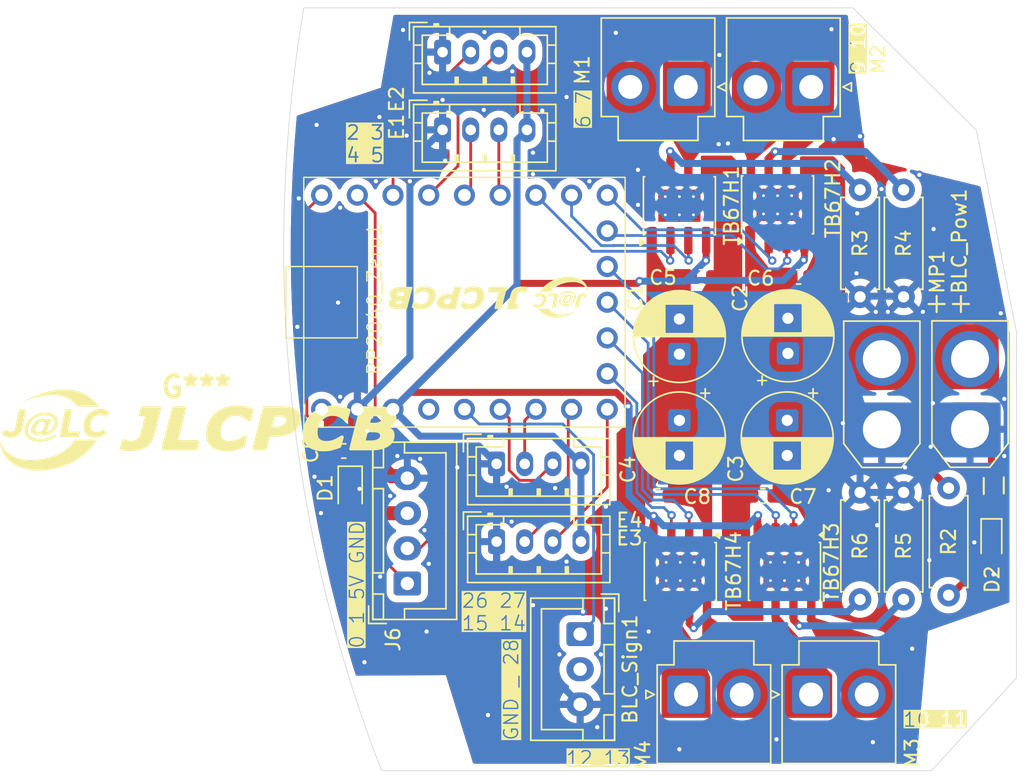
<source format=kicad_pcb>
(kicad_pcb (version 20241229) (generator "pcbnew") (generator_version "9.0")
  (layers (0 "F.Cu" signal) (2 "B.Cu" signal) (13 "F.Paste" user) (15 "B.Paste" user) (5 "F.SilkS" user "F.Silkscreen") (7 "B.SilkS" user "B.Silkscreen") (1 "F.Mask" user) (3 "B.Mask" user) (25 "Edge.Cuts" user))
  (net 0 "")
  (net 1 "GND")
  (net 2 "VCC")
  (net 3 "Net-(BLC_Sign1-Pin_1)")
  (net 5 "Net-(D2-A)")
  (net 6 "+3V3")
  (net 7 "5")
  (net 8 "4")
  (net 9 "3")
  (net 10 "2")
  (net 11 "14")
  (net 12 "15")
  (net 13 "26")
  (net 14 "27")
  (net 15 "Net-(M1-Pin_1)")
  (net 16 "Net-(M1-Pin_2)")
  (net 17 "Net-(M2-Pin_1)")
  (net 18 "Net-(M2-Pin_2)")
  (net 19 "Net-(M3-Pin_2)")
  (net 20 "Net-(M3-Pin_1)")
  (net 21 "Net-(M4-Pin_1)")
  (net 22 "Net-(M4-Pin_2)")
  (net 23 "Net-(TB67H1-RS)")
  (net 24 "Net-(TB67H2-RS)")
  (net 25 "Net-(TB67H3-RS)")
  (net 26 "Net-(TB67H4-RS)")
  (net 27 "Net-(RP2040_Zero1-7)")
  (net 28 "Net-(RP2040_Zero1-8)")
  (net 30 "Net-(RP2040_Zero1-13)")
  (net 31 "Net-(RP2040_Zero1-11)")
  (net 32 "Net-(RP2040_Zero1-12)")
  (net 33 "Net-(RP2040_Zero1-6)")
  (net 34 "Net-(RP2040_Zero1-9)")
  (net 35 "Net-(RP2040_Zero1-10)")
  (net 36 "Net-(D1-A)")
  (net 37 "Net-(D1-K)")
  (net 38 "Net-(J6-Pin_2)")
  (net 39 "Net-(J6-Pin_1)")
  (footprint "Connector_JST:JST_PH_B4B-PH-K_1x04_P2.00mm_Vertical" (layer "F.Cu") (at 140.716 116.7384)
    (property "Reference" "E3")
    (property "Value" "Conn_01x04_Socket" (hide yes))
  )
  (footprint "Capacitor_THT:CP_Radial_D6.3mm_P2.50mm" (layer "F.Cu") (at 153.7208 108.1024 -90)
    (property "Reference" "C4")
    (property "Value" "C_Polarized_US" (hide yes))
  )
  (footprint "Resistor_THT:R_Axial_DIN0207_L6.3mm_D2.5mm_P7.62mm_Horizontal" (layer "F.Cu") (at 169.672 120.8532 90)
    (property "Reference" "R5")
    (property "Value" "0.1" (hide yes))
  )
  (footprint "Capacitor_SMD:C_0603_1608Metric_Pad1.08x0.95mm_HandSolder" (layer "F.Cu") (at 129.8459 110.2868 180)
    (property "Reference" "C9")
    (property "Value" "C")
  )
  (footprint "Connector_AMASS:AMASS_XT30U-M_1x02_P5.0mm_Vertical" (layer "F.Cu") (at 168.1226 108.7482 90)
    (property "Reference" "MP1")
    (property "Value" "Conn_01x02_Socket" (hide yes))
  )
  (footprint "Connector_JST:JST_VH_B2P-VH-B_1x02_P3.96mm_Vertical" (layer "F.Cu") (at 163.098365 84.37 180)
    (property "Reference" "M2")
    (property "Value" "Conn_01x02_Socket" (hide yes))
  )
  (footprint "Resistor_THT:R_Axial_DIN0207_L6.3mm_D2.5mm_P7.62mm_Horizontal" (layer "F.Cu") (at 166.5732 120.8532 90)
    (property "Reference" "R6")
    (property "Value" "0.1" (hide yes))
  )
  (footprint "Capacitor_SMD:C_0603_1608Metric_Pad1.08x0.95mm_HandSolder" (layer "F.Cu") (at 162.2055 97.8916)
    (property "Reference" "C6")
    (property "Value" "C")
  )
  (footprint "Connector_JST:JST_XH_B4B-XH-A_1x04_P2.50mm_Vertical" (layer "F.Cu") (at 134.366 119.7172 90)
    (property "Reference" "J6")
    (property "Value" "Conn_01x04_Socket" (hide yes))
  )
  (footprint "Capacitor_THT:CP_Radial_D6.3mm_P2.50mm" (layer "F.Cu") (at 161.3916 108.1024 -90)
    (property "Reference" "C3")
    (property "Value" "C_Polarized_US" (hide yes))
  )
  (footprint "Resistor_THT:R_Axial_DIN0207_L6.3mm_D2.5mm_P7.62mm_Horizontal" (layer "F.Cu") (at 166.5732 91.694 -90)
    (property "Reference" "R3")
    (property "Value" "0.1")
  )
  (footprint "Connector_JST:JST_VH_B2P-VH-B_1x02_P3.96mm_Vertical" (layer "F.Cu") (at 154.1985 127.6184)
    (property "Reference" "M4")
    (property "Value" "Conn_01x02_Socket" (hide yes))
  )
  (footprint "RP2040_Zero:名称未設定" (layer "F.Cu") (at 128.27 99.695 90)
    (property "Reference" "RP2040_Zero1")
    (property "Value" "~")
  )
  (footprint "Connector_JST:JST_PH_B4B-PH-K_1x04_P2.00mm_Vertical" (layer "F.Cu") (at 136.875 87.4268)
    (property "Reference" "E1")
    (property "Value" "Conn_01x04_Socket" (hide yes))
  )
  (footprint "Diode_SMD:D_SOD-323F" (layer "F.Cu") (at 130.302 112.9792 -90)
    (property "Reference" "D1")
    (property "Value" "D_Schottky" (hide yes))
  )
  (footprint "LED_SMD:LED_0603_1608Metric_Pad1.05x0.95mm_HandSolder" (layer "F.Cu") (at 175.9204 116.7778 -90)
    (property "Reference" "D2")
    (property "Value" "LED" (hide yes))
  )
  (footprint "Capacitor_THT:CP_Radial_D6.3mm_P2.50mm" (layer "F.Cu") (at 153.7208 103.3888 90)
    (property "Reference" "C1")
    (property "Value" "C_Polarized_US" (hide yes))
  )
  (footprint "Capacitor_THT:CP_Radial_D6.3mm_P2.50mm" (layer "F.Cu") (at 161.4424 103.338 90)
    (property "Reference" "C2")
    (property "Value" "C_Polarized_US" (hide yes))
  )
  (footprint "Resistor_THT:R_Axial_DIN0207_L6.3mm_D2.5mm_P7.62mm_Horizontal" (layer "F.Cu") (at 172.8724 120.5484 90)
    (property "Reference" "R2")
    (property "Value" "2.2k" (hide yes))
  )
  (footprint "MountingHole:MountingHole_3.2mm_M3" (layer "F.Cu") (at 174.0916 125.2728)
    (property "Reference" "H2" (hide yes))
    (property "Value" "MountingHole" (hide yes))
  )
  (footprint "Package_SO:SOIC-8-1EP_3.9x4.9mm_P1.27mm_EP2.29x3mm_ThermalVias" (layer "F.Cu") (at 161.2004 118.8608 -90)
    (property "Reference" "TB67H3")
    (property "Value" "~")
  )
  (footprint "Resistor_THT:R_Axial_DIN0207_L6.3mm_D2.5mm_P7.62mm_Horizontal" (layer "F.Cu") (at 169.672 91.694 -90)
    (property "Reference" "R4")
    (property "Value" "0.1")
  )
  (footprint "Connector_JST:JST_PH_B4B-PH-K_1x04_P2.00mm_Vertical" (layer "F.Cu") (at 136.875 81.8896)
    (property "Reference" "E2")
    (property "Value" "Conn_01x04_Socket" (hide yes))
  )
  (footprint "Package_SO:SOIC-8-1EP_3.9x4.9mm_P1.27mm_EP2.29x3mm_ThermalVias" (layer "F.Cu") (at 160.7058 92.7608 90)
    (property "Reference" "TB67H2")
    (property "Value" "~")
  )
  (footprint "Package_SO:SOIC-8-1EP_3.9x4.9mm_P1.27mm_EP2.29x3mm_ThermalVias" (layer "F.Cu") (at 153.7208 92.8258 90)
    (property "Reference" "TB67H1")
    (property "Value" "~")
  )
  (footprint "MountingHole:MountingHole_3.2mm_M3" (layer "F.Cu") (at 134.9756 129.4384)
    (property "Reference" "H4" (hide yes))
    (property "Value" "MountingHole" (hide yes))
  )
  (footprint "Capacitor_SMD:C_0603_1608Metric_Pad1.08x0.95mm_HandSolder" (layer "F.Cu") (at 152.1957 113.4872 180)
    (property "Reference" "C8")
    (property "Value" "C")
  )
  (footprint "Capacitor_SMD:C_0603_1608Metric_Pad1.08x0.95mm_HandSolder" (layer "F.Cu") (at 155.2967 97.8916)
    (property "Reference" "C5")
    (property "Value" "C")
  )
  (footprint "JLCPCB_Logos:JCLPCB_30mm" (layer "F.Cu") (at 119.35 108.73)
    (property "Reference" "G***")
    (property "Value" "LOGO" (hide yes))
  )
  (footprint "Capacitor_SMD:C_0603_1608Metric_Pad1.08x0.95mm_HandSolder" (layer "F.Cu") (at 159.6633 113.4872 180)
    (property "Reference" "C7")
    (property "Value" "C")
  )
  (footprint "Connector_JST:JST_VH_B2P-VH-B_1x02_P3.96mm_Vertical" (layer "F.Cu") (at 163.0885 127.6184)
    (property "Reference" "M3")
    (property "Value" "Conn_01x02_Socket" (hide yes))
  )
  (footprint "My_FootPrint:JCLPCB_ROGO" (layer "F.Cu") (at 140.208 99.3648 180)
    (property "Reference" "G***" (hide yes))
    (property "Value" "LOGO" (hide yes))
  )
  (footprint "MountingHole:MountingHole_3.2mm_M3" (layer "F.Cu") (at 169.6212 87.0712)
    (property "Reference" "H1" (hide yes))
    (property "Value" "MountingHole" (hide yes))
  )
  (footprint "Package_SO:SOIC-8-1EP_3.9x4.9mm_P1.27mm_EP2.29x3mm_ThermalVias" (layer "F.Cu") (at 153.7836 118.8608 -90)
    (property "Reference" "TB67H4")
    (property "Value" "~")
  )
  (footprint "Connector_JST:JST_VH_B2P-VH-B_1x02_P3.96mm_Vertical" (layer "F.Cu") (at 154.182118 84.37 180)
    (property "Reference" "M1")
    (property "Value" "Conn_01x02_Socket" (hide yes))
  )
  (footprint "Connector_JST:JST_XH_B3B-XH-A_1x03_P2.50mm_Vertical" (layer "F.Cu") (at 146.6596 123.3208 -90)
    (property "Reference" "BLC_Sign1")
    (property "Value" "Conn_01x03_Socket" (hide yes))
  )
  (footprint "Connector_JST:JST_PH_B4B-PH-K_1x04_P2.00mm_Vertical" (layer "F.Cu") (at 140.716 111.2012)
    (property "Reference" "E4")
    (property "Value" "Conn_01x04_Socket" (hide yes))
  )
  (footprint "MountingHole:MountingHole_3.2mm_M3" (layer "F.Cu") (at 130.0988 82.3468)
    (property "Reference" "H3" (hide yes))
    (property "Value" "MountingHole" (hide yes))
  )
  (footprint "Connector_AMASS:AMASS_XT30U-F_1x02_P5.0mm_Vertical" (layer "F.Cu") (at 174.3964 108.7336 90)
    (property "Reference" "BLC_Pow1")
    (property "Value" "Conn_01x02_Socket" (hide yes))
  )
  (gr_poly (pts (xy 151.5364 89.523668) (xy 148.6408 87.898068) (xy 148.6408 82.665668) (xy 152.0444 82.665668) (xy 152.0444 87.898068) (xy 152.0444 89.5096)) (stroke (width 0.2)) (fill yes) (layer "F.Cu") (net 16))
  (gr_poly (pts (xy 155.448 122.2248) (xy 155.448 123.952) (xy 156.464 126.250308) (xy 156.5148 129.1844) (xy 159.9692 129.1844) (xy 160.02 125.8824) (xy 159.4612 124.6632) (xy 155.9052 122.2248)) (stroke (width 0.2)) (fill yes) (layer "F.Cu") (net 22))
  (gr_poly (pts (xy 160.8328 122.174) (xy 164.4904 126.238) (xy 164.4904 129.1844) (xy 161.0868 129.1844) (xy 160.782 125.8824) (xy 160.3756 122.174)) (stroke (width 0.2)) (fill yes) (layer "F.Cu") (net 20))
  (gr_poly (pts (xy 162.4076 91.2368) (xy 163.322 93.9292) (xy 163.322 96.4692) (xy 162.6616 97.8916) (xy 162.56 101.5492) (xy 161.3408 102.30802) (xy 160.3756 102.4636) (xy 160.3756 104.14) (xy 165.4048 104.1908) (xy 165.4048 90.1573) (xy 164.6555 89.408) (xy 162.4076 89.408)) (stroke (width 0.2)) (fill yes) (layer "F.Cu") (net 2))
  (gr_poly (pts (xy 176.3268 102.2096) (xy 161.4424 102.15562) (xy 152.501582 102.202886) (xy 151.2316 103.4796) (xy 151.2316 107.2896) (xy 151.2824 109.3216) (xy 163.4236 109.3216) (xy 166.116 105.8672) (xy 176.3776 105.7656)) (stroke (width 0.2)) (fill yes) (layer "F.Cu") (net 2))
  (gr_poly (pts (xy 162.8648 122.2756) (xy 164.0332 124.46) (xy 165.3032 126.250308) (xy 165.354 129.1844) (xy 169.0116 129.1844) (xy 169.0624 125.8824) (xy 168.7576 124.9426) (xy 167.9448 123.698) (xy 163.3728 122.2756)) (stroke (width 0.2)) (fill yes) (layer "F.Cu") (net 19))
  (gr_poly (pts (xy 151.9936 96.2152) (xy 152.7048 97.4344) (xy 154.432 97.4344) (xy 154.432 99.5172) (xy 154.4701 101.193601) (xy 153.974715 101.6) (xy 152.107878 101.6) (xy 151.4856 100.977722) (xy 151.4856 94.488) (xy 151.638 94.4372)) (stroke (width 0.2)) (fill yes) (layer "F.Cu") (net 1))
  (gr_poly (pts (xy 154.126418 89.5096) (xy 152.654 86.9188) (xy 152.653218 82.6516) (xy 155.853618 82.6516) (xy 155.853618 87.884) (xy 154.685218 89.5096)) (stroke (width 0.2)) (fill yes) (layer "F.Cu") (net 15))
  (gr_poly (pts (xy 153.416 122.174) (xy 155.0416 124.5108) (xy 155.8036 126.3904) (xy 155.8544 129.1844) (xy 152.5524 129.1844) (xy 152.5524 122.9868) (xy 152.908 122.2248)) (stroke (width 0.2)) (fill yes) (layer "F.Cu") (net 21))
  (gr_poly (pts (xy 165.4048 101.346) (xy 176.3268 101.346) (xy 176.3268 102.2096) (xy 165.4556 102.2096)) (stroke (width 0.2)) (fill yes) (layer "F.Cu") (net 2))
  (gr_poly (pts (xy 159.5628 120.4976) (xy 158.6484 118.5164) (xy 158.6484 114.046) (xy 160.02 111.6076) (xy 160.02 109.8804) (xy 161.1884 109.17238) (xy 162.1536 109.0168) (xy 162.1536 107.3404) (xy 156.8196 107.3404) (xy 156.868067 121.589804) (xy 157.5562 122.2756) (xy 159.6136 122.2756)) (stroke (width 0.2)) (fill yes) (layer "F.Cu") (net 2))
  (gr_poly (pts (xy 155.448 115.4176) (xy 154.7368 114.1984) (xy 153.0096 113.8428) (xy 153.0096 112.1156) (xy 152.9715 110.439199) (xy 153.466885 109.8296) (xy 155.333722 109.8296) (xy 155.956 110.451878) (xy 155.956 117.1448) (xy 155.8036 117.1956)) (stroke (width 0.2)) (fill yes) (layer "F.Cu") (net 1))
  (gr_poly (pts (xy 155.3464 91.2368) (xy 156.2608 92.964) (xy 156.2608 97.4344) (xy 154.8892 99.8728) (xy 154.8892 101.6) (xy 153.7208 102.30802) (xy 152.7556 102.4636) (xy 152.7556 104.14) (xy 158.0896 104.14) (xy 158.0896 90.043) (xy 157.4038 89.3572) (xy 155.3464 89.3572)) (stroke (width 0.2)) (fill yes) (layer "F.Cu") (net 2))
  (gr_poly (pts (xy 161.0868 89.5604) (xy 161.264665 87.884) (xy 161.264665 82.6516) (xy 164.668265 82.6516) (xy 164.592 87.0204) (xy 161.569465 89.5604)) (stroke (width 0.2)) (fill yes) (layer "F.Cu") (net 17))
  (gr_poly (pts (xy 158.5976 89.3572) (xy 157.557047 86.9696) (xy 157.557047 82.665668) (xy 160.859047 82.665668) (xy 160.859047 87.898068) (xy 159.081047 89.422068)) (stroke (width 0.2)) (fill yes) (layer "F.Cu") (net 18))
  (gr_poly (pts (xy 162.9156 115.4684) (xy 162.2044 114.2492) (xy 160.4264 113.792) (xy 160.4772 112.1664) (xy 160.4391 110.489999) (xy 160.934485 109.8804) (xy 162.801322 109.8804) (xy 163.4236 110.502678) (xy 163.4236 117.1956) (xy 163.2712 117.2464)) (stroke (width 0.2)) (fill yes) (layer "F.Cu") (net 1))
  (gr_poly (pts (xy 159.1056 96.1644) (xy 160.02 97.3328) (xy 162.0012 97.3328) (xy 162.1028 99.4664) (xy 162.1536 101.0412) (xy 160.985115 101.591388) (xy 159.118278 101.597847) (xy 158.496 100.977718) (xy 158.496 94.3864) (xy 158.6484 94.3356)) (stroke (width 0.2)) (fill yes) (layer "F.Cu") (net 1))
  (gr_poly (pts (xy 152.146 120.4976) (xy 151.1808 118.4656) (xy 151.1808 113.9952) (xy 152.5524 111.5568) (xy 152.5524 109.8296) (xy 153.7208 109.12158) (xy 154.686 108.966) (xy 154.686 107.2896) (xy 151.2316 107.2896) (xy 149.352 109.0676) (xy 149.400152 121.539005) (xy 150.0886 122.2248) (xy 152.146 122.2248)) (stroke (width 0.2)) (fill yes) (layer "F.Cu") (net 2))
  (gr_poly (pts (xy 176.4792 106.934) (xy 166.8272 106.934) (xy 166.7256 110.6424) (xy 176.4792 110.6424)) (stroke (width 0.2)) (fill yes) (layer "B.Cu") (net 1))
  (gr_poly (pts (xy 166.8272 106.934) (xy 165.5572 103.1748) (xy 165.608 99.1108) (xy 153.3652 99.1108) (xy 152.3492 100.1649) (xy 152.4 102.108) (xy 162.6108 102.108) (xy 162.56 109.3724) (xy 152.2984 109.3724) (xy 152.2984 112.5728) (xy 165.2524 112.5728) (xy 166.7256 110.49)) (stroke (width 0.2)) (fill yes) (layer "B.Cu") (net 1))
  (gr_line (start 177.6984 126.4412) (end 171.6532 133.0452) (stroke (width 0.05)) (layer "Edge.Cuts"))
  (gr_line (start 127.001154 78.739988) (end 166.0652 78.74) (stroke (width 0.05)) (layer "Edge.Cuts"))
  (gr_line (start 171.6532 133.0452) (end 132.537201 133.0452) (stroke (width 0.05)) (layer "Edge.Cuts"))
  (gr_line (start 177.70761 101.8032) (end 177.6984 126.4412) (stroke (width 0.05)) (layer "Edge.Cuts"))
  (gr_line (start 174.852452 87.465302) (end 177.6984 101.8032) (stroke (width 0.05)) (layer "Edge.Cuts"))
  (gr_arc (start 132.5372 133.0452) (mid 126.104401 106.268353) (end 127.000437 78.744227) (stroke (width 0.05)) (layer "Edge.Cuts"))
  (gr_line (start 166.0652 78.74) (end 174.852452 87.465302) (stroke (width 0.05)) (layer "Edge.Cuts"))
  (gr_text "2 3\n4 5" (at 129.9464 89.8144 0) (layer "F.SilkS" knockout) (effects (font (size 1 1) (thickness 0.125)) (justify left bottom)))
  (gr_text "12 13" (at 145.5928 132.7404 0) (layer "F.SilkS" knockout) (effects (font (size 1 1) (thickness 0.1)) (justify left bottom)))
  (gr_text "GND _ 28" (at 142.3416 130.9624 90) (layer "F.SilkS" knockout) (effects (font (size 1 1) (thickness 0.1)) (justify left bottom)))
  (gr_text "0 1 5V GND" (at 131.3688 124.4092 90) (layer "F.SilkS" knockout) (effects (font (size 1 1) (thickness 0.1)) (justify left bottom)))
  (gr_text "10 11\n" (at 169.5704 129.9972 0) (layer "F.SilkS" knockout) (effects (font (size 1 1) (thickness 0.1)) (justify left bottom)))
  (gr_text "26 27\n15 14" (at 138.176 123.1392 0) (layer "F.SilkS" knockout) (effects (font (size 1 1) (thickness 0.1)) (justify left bottom)))
  (gr_text "6 7" (at 147.4724 87.376 90) (layer "F.SilkS" knockout) (effects (font (size 1 1) (thickness 0.1)) (justify left bottom)))
  (gr_text "9 10" (at 167.0304 83.5152 90) (layer "F.SilkS" knockout) (effects (font (size 1 1) (thickness 0.1)) (justify left bottom)))
  (segment (start 130.6565 107.4685) (end 130.81 107.315) (width 1) (layer "F.Cu") (net 1))
  (segment (start 133.2057 112.074) (end 134.2228 112.074) (width 1) (layer "F.Cu") (net 1))
  (segment (start 175.9204 115.9028) (end 175.9204 110.2576) (width 0.5) (layer "F.Cu") (net 1))
  (segment (start 133.2057 112.074) (end 130.6565 109.5248) (width 1) (layer "F.Cu") (net 1))
  (segment (start 134.2228 112.074) (end 134.366 112.2172) (width 1) (layer "F.Cu") (net 1))
  (segment (start 130.6565 109.5248) (end 130.6565 107.4685) (width 1) (layer "F.Cu") (net 1))
  (segment (start 175.9204 110.2576) (end 174.3964 108.7336) (width 0.5) (layer "F.Cu") (net 1))
  (via (at 156.5148 88.4428) (size 0.6) (drill 0.3) (layers "F.Cu" "B.Cu") (net 1))
  (via (at 170.2816 124.3584) (size 0.6) (drill 0.3) (layers "F.Cu" "B.Cu") (net 1))
  (via (at 150.7744 92.7608) (size 0.6) (drill 0.3) (layers "F.Cu" "B.Cu") (net 1))
  (via (at 171.0436 100.3808) (size 0.6) (drill 0.3) (layers "F.Cu" "B.Cu") (net 1))
  (via (at 174.7012 116.7892) (size 0.6) (drill 0.3) (layers "F.Cu" "B.Cu") (net 1))
  (via (at 168.5544 100.3808) (size 0.6) (drill 0.3) (layers "F.Cu" "B.Cu") (net 1))
  (via (at 135.5852 115.9256) (size 0.6) (drill 0.3) (layers "F.Cu" "B.Cu") (net 1))
  (via (at 143.3068 121.2596) (size 0.6) (drill 0.3) (layers "F.Cu" "B.Cu") (net 1))
  (via (at 168.0972 91.6432) (size 0.6) (drill 0.3) (layers "F.Cu" "B.Cu") (net 1))
  (via (at 131.5212 108.8644) (size 0.6) (drill 0.3) (layers "F.Cu" "B.Cu") (net 1))
  (via (at 143.3068 89.0524) (size 0.6) (drill 0.3) (layers "F.Cu" "B.Cu") (net 1))
  (via (at 150.7744 90.2716) (size 0.6) (drill 0.3) (layers "F.Cu" "B.Cu") (net 1))
  (via (at 176.8348 106.5784) (size 0.6) (drill 0.3) (layers "F.Cu" "B.Cu") (net 1))
  (via (at 141.7828 115.316) (size 0.6) (drill 0.3) (layers "F.Cu" "B.Cu") (net 1))
  (via (at 171.6024 109.982) (size 0.6) (drill 0.3) (layers "F.Cu" "B.Cu") (net 1))
  (via (at 145.6944 118.1608) (size 0.6) (drill 0.3) (layers "F.Cu" "B.Cu") (net 1))
  (via (at 165.354 108.3056) (size 0.6) (drill 0.3) (layers "F.Cu" "B.Cu") (net 1))
  (via (at 166.3192 97.6376) (size 0.6) (drill 0.3) (layers "F.Cu" "B.Cu") (net 1))
  (via (at 134.3152 87.8332) (size 0.6) (drill 0.3) (layers "F.Cu" "B.Cu") (net 1))
  (via (at 166.5732 87.884) (size 0.6) (drill 0.3) (layers "F.Cu" "B.Cu") (net 1))
  (via (at 133.1468 113.4872) (size 0.6) (drill 0.3) (layers "F.Cu" "B.Cu") (net 1))
  (via (at 126.6444 92.3036) (size 0.6) (drill 0.3) (layers "F.Cu" "B.Cu") (net 1))
  (via (at 129.5908 106.426) (size 0.6) (drill 0.3) (layers "F.Cu" "B.Cu") (net 1))
  (via (at 171.8056 94.488) (size 0.6) (drill 0.3) (layers "F.Cu" "B.Cu") (net 1))
  (via (at 133.6548 110.6424) (size 0.6) (drill 0.3) (layers "F.Cu" "B.Cu") (net 1))
  (via (at 160.6296 130.81) (size 0.6) (drill 0.3) (layers "F.Cu" "B.Cu") (net 1))
  (via (at 135.7376 123.1392) (size 0.6) (drill 0.3) (layers "F.Cu" "B.Cu") (net 1))
  (via (at 171.7548 106.8832) (size 0.6) (drill 0.3) (layers "F.Cu" "B.Cu") (net 1))
  (via (at 141.4272 112.8268) (size 0.6) (drill 0.3) (layers "F.Cu" "B.Cu") (net 1))
  (via (at 164.2364 120.5992) (size 0.6) (drill 0.3) (layers "F.Cu" "B.Cu") (net 1))
  (via (at 132.3848 86.5124) (size 0.6) (drill 0.3) (layers "F.Cu" "B.Cu") (net 1))
  (via (at 126.5428 101.4476) (size 0.6) (drill 0.3) (layers "F.Cu" "B.Cu") (net 1))
  (via (at 135.89 118.3132) (size 0.6) (drill 0.3) (layers "F.Cu" "B.Cu") (net 1))
  (via (at 171.5008 118.0592) (size 0.6) (drill 0.3) (layers "F.Cu" "B.Cu") (net 1))
  (via (at 169.7736 111.4552) (size 0.6) (drill 0.3) (layers "F.Cu" "B.Cu") (net 1))
  (via (at 132.1308 91.0844) (size 0.6) (drill 0.3) (layers "F.Cu" "B.Cu") (net 1))
  (via (at 156.5656 82.0928) (size 0.6) (drill 0.3) (layers "F.Cu" "B.Cu") (net 1))
  (via (at 153.7208 131.5212) (size 0.6) (drill 0.3) (layers "F.Cu" "B.Cu") (net 1))
  (via (at 129.4384 99.7204) (size 0.6) (drill 0.3) (layers "F.Cu" "B.Cu") (net 1))
  (via (at 176.8348 110.6424) (size 0.6) (drill 0.3) (layers "F.Cu" "B.Cu") (net 1))
  (via (at 134.551 91.0844) (size 0.6) (drill 0.3) (layers "F.Cu" "B.Cu") (net 1))
  (via (at 139.8524 80.4672) (size 0.6) (drill 0.3) (layers "F.Cu" "B.Cu") (net 1))
  (via (at 170.7896 90.6272) (size 0.6) (drill 0.3) (layers "F.Cu" "B.Cu") (net 1))
  (via (at 132.4356 119.2276) (size 0.6) (drill 0.3) (layers "F.Cu" "B.Cu") (net 1))
  (via (at 148.1328 124.7648) (size 0.6) (drill 0.3) (layers "F.Cu" "B.Cu") (net 1))
  (via (at 146.8628 121.7168) (size 0.6) (drill 0.3) (layers "F.Cu" "B.Cu") (net 1))
  (via (at 128.2192 114.7064) (size 0.6) (drill 0.3) (layers "F.Cu" "B.Cu") (net 1))
  (via (at 135.9408 83.3628) (size 0.6) (drill 0.3) (layers "F.Cu" "B.Cu") (net 1))
  (via (at 157.1752 88.392) (size 0.6) (drill 0.3) (layers "F.Cu" "B.Cu") (net 1))
  (via (at 176.5808 100.4824) (size 0.6) (drill 0.3) (layers "F.Cu" "B.Cu") (net 1))
  (via (at 176.0728 119.0752) (size 0.6) (drill 0.3) (layers "F.Cu" "B.Cu") (net 1))
  (via (at 140.1064 129.0828) (size 0.6) (drill 0.3) (layers "F.Cu" "B.Cu") (net 1))
  (via (at 127.762 112.1156) (size 0.6) (drill 0.3) (layers "F.Cu" "B.Cu") (net 1))
  (via (at 137.922 111.4552) (size 0.6) (drill 0.3) (layers "F.Cu" "B.Cu") (net 1))
  (via (at 141.8336 83.2612) (size 0.6) (drill 0.3) (layers "F.Cu" "B.Cu") (net 1))
  (via (at 145.6944 85.09) (size 0.6) (drill 0.3) (layers "F.Cu" "B.Cu") (net 1))
  (via (at 164.5412 80.264) (size 0.6) (drill 0.3) (layers "F.Cu" "B.Cu") (net 1))
  (via (at 167.7924 115.57) (size 0.6) (drill 0.3) (layers "F.Cu" "B.Cu") (net 1))
  (via (at 135.2804 110.8456) (size 0.6) (drill 0.3) (layers "F.Cu" "B.Cu") (net 1))
  (via (at 147.8788 129.9464) (size 0.6) (drill 0.3) (layers "F.Cu" "B.Cu") (net 1))
  (via (at 143.9672 86.0552) (size 0.6) (drill 0.3) (layers "F.Cu" "B.Cu") (net 1))
  (via (at 145.1864 124.7648) (size 0.6) (drill 0.3) (layers "F.Cu" "B.Cu") (net 1))
  (via (at 131.318 125.3236) (size 0.6) (drill 0.3) (layers "F.Cu" "B.Cu") (net 1))
  (via (at 143.3068 90.5764) (size 0.6) (drill 0.3) (layers "F.Cu" "B.Cu") (net 1))
  (via (at 136.875 85.2932) (size 0.6) (drill 0.3) (layers "F.Cu" "B.Cu") (net 1))
  (via (at 129.5908 92.964) (size 0.6) (drill 0.3) (layers "F.Cu" "B.Cu") (net 1))
  (via (at 151.5364 123.1392) (size 0.6) (drill 0.3) (layers "F.Cu" "B.Cu") (net 1))
  (via (at 144.8816 112.9284) (size 0.6) (drill 0.3) (layers "F.Cu" "B.Cu") (net 1))
  (via (at 147.32 91.0844) (size 0.6) (drill 0.3) (layers "F.Cu" "B.Cu") (net 1))
  (via (at 127.9144 87.0712) (size 0.6) (drill 0.3) (layers "F.Cu" "B.Cu") (net 1))
  (via (at 149.1996 80.518) (size 0.6) (drill 0.3) (layers "F.Cu" "B.Cu") (net 1))
  (via (at 148.4884 121.5136) (size 0.6) (drill 0.3) (layers "F.Cu" "B.Cu") (net 1))
  (via (at 137.0584 89.6112) (size 0.6) (drill 0.3) (layers "F.Cu" "B.Cu") (net 1))
  (via (at 134.0612 80.3148) (size 0.6) (drill 0.3) (layers "F.Cu" "B.Cu") (net 1))
  (via (at 164.6936 88.0872) (size 0.6) (drill 0.3) (layers "F.Cu" "B.Cu") (net 1))
  (via (at 166.37 93.3704) (size 0.6) (drill 0.3) (layers "F.Cu" "B.Cu") (net 1))
  (via (at 167.6908 100.3808) (size 0.6) (drill 0.3) (layers "F.Cu" "B.Cu") (net 1))
  (via (at 148.4884 114.2492) (size 0.6) (drill 0.3) (layers "F.Cu" "B.Cu") (net 1))
  (via (at 130.9624 112.9792) (size 0.6) (drill 0.3) (layers "F.Cu" "B.Cu") (net 1))
  (via (at 167.4876 131.0132) (size 0.6) (drill 0.3) (layers "F.Cu" "B.Cu") (net 1))
  (via (at 139.8016 86.0044) (size 0.6) (drill 0.3) (layers "F.Cu" "B.Cu") (net 1))
  (via (at 164.338 113.0808) (size 0.6) (drill 0.3) (layers "F.Cu" "B.Cu") (net 1))
  (segment (start 139.446 109.9312) (end 140.716 111.2012) (width 0.5) (layer "B.Cu") (net 1))
  (segment (start 169.672 113.2332) (end 166.5732 113.2332) (width 0.5) (layer "B.Cu") (net 1))
  (segment (start 140.716 116.7384) (end 140.716 122.3772) (width 0.5) (layer "B.Cu") (net 1))
  (segment (start 166.5478 99.2632) (end 169.7228 99.2632) (width 0.5) (layer "B.Cu") (net 1))
  (segment (start 130.81 107.315) (end 133.4262 109.9312) (width 0.5) (layer "B.Cu") (net 1))
  (segment (start 140.716 111.2012) (end 140.716 116.7384) (width 0.5) (layer "B.Cu") (net 1))
  (segment (start 136.875 81.8896) (end 136.875 85.2932) (width 0.5) (layer "B.Cu") (net 1))
  (segment (start 166.5732 113.2332) (end 166.5732 110.2976) (width 0.5) (layer "B.Cu") (net 1))
  (segment (start 134.551 91.0844) (end 134.551 89.7508) (width 0.5) (layer "B.Cu") (net 1))
  (segment (start 166.5478 99.2632) (end 163.7284 102.0826) (width 0.5) (layer "B.Cu") (net 1))
  (segment (start 134.551 103.574) (end 134.551 91.0844) (width 0.5) (layer "B.Cu") (net 1))
  (segment (start 134.551 89.7508) (end 136.875 87.4268) (width 0.5) (layer "B.Cu") (net 1))
  (segment (start 130.81 107.315) (end 134.551 103.574) (width 0.5) (layer "B.Cu") (net 1))
  (segment (start 136.875 85.2932) (end 136.875 87.4268) (width 0.5) (layer "B.Cu") (net 1))
  (segment (start 166.5732 110.2976) (end 168.1226 108.7482) (width 0.5) (layer "B.Cu") (net 1))
  (segment (start 133.4262 109.9312) (end 139.446 109.9312) (width 0.5) (layer "B.Cu") (net 1))
  (segment (start 163.7284 104.354) (end 168.1226 108.7482) (width 0.5) (layer "B.Cu") (net 1))
  (segment (start 140.716 122.3772) (end 146.6596 128.3208) (width 0.5) (layer "B.Cu") (net 1))
  (segment (start 163.7284 102.0826) (end 163.7284 104.354) (width 0.5) (layer "B.Cu") (net 1))
  (segment (start 168.1226 103.7482) (end 170.4736 106.0992) (width 0.5) (layer "F.Cu") (net 2))
  (segment (start 170.4736 106.0992) (end 170.4736 110.5296) (width 0.5) (layer "F.Cu") (net 2))
  (segment (start 170.4736 110.5296) (end 172.8724 112.9284) (width 0.5) (layer "F.Cu") (net 2))
  (segment (start 145.430006 108.366) (end 139.481 108.366) (width 0.2) (layer "B.Cu") (net 3))
  (segment (start 146.6596 123.3208) (end 147.617 122.3634) (width 0.2) (layer "B.Cu") (net 3))
  (segment (start 147.617 122.3634) (end 147.617 110.552994) (width 0.2) (layer "B.Cu") (net 3))
  (segment (start 147.617 110.552994) (end 145.430006 108.366) (width 0.2) (layer "B.Cu") (net 3))
  (segment (start 139.481 108.366) (end 138.43 107.315) (width 0.2) (layer "B.Cu") (net 3))
  (segment (start 172.8724 120.5484) (end 173.0248 120.5484) (width 0.5) (layer "F.Cu") (net 5))
  (segment (start 173.0248 120.5484) (end 175.9204 117.6528) (width 0.5) (layer "F.Cu") (net 5))
  (segment (start 150.726 98.356) (end 142.309 98.356) (width 0.5) (layer "F.Cu") (net 6))
  (segment (start 162.6108 95.2358) (end 162.6108 96.640192) (width 0.5) (layer "F.Cu") (net 6))
  (segment (start 155.6258 96.7074) (end 155.61 96.7232) (width 0.5) (layer "F.Cu") (net 6))
  (segment (start 142.309 98.356) (end 134.551 106.114) (width 0.5) (layer "F.Cu") (net 6))
  (segment (start 150.073635 107.107165) (end 150.073635 106.962164) (width 0.5) (layer "F.Cu") (net 6))
  (segment (start 162.6108 96.640192) (end 162.555352 96.69564) (width 0.5) (layer "F.Cu") (net 6))
  (segment (start 155.6258 95.3008) (end 155.6258 96.7074) (width 0.5) (layer "F.Cu") (net 6))
  (segment (start 150.8856 98.1964) (end 150.726 98.356) (width 0.5) (layer "F.Cu") (net 6))
  (segment (start 151.8786 116.3858) (end 151.8786 114.923) (width 0.5) (layer "F.Cu") (net 6))
  (segment (start 134.551 106.114) (end 133.35 107.315) (width 0.5) (layer "F.Cu") (net 6))
  (segment (start 149.225471 106.114) (end 134.551 106.114) (width 0.5) (layer "F.Cu") (net 6))
  (segment (start 150.073635 106.962164) (end 149.225471 106.114) (width 0.5) (layer "F.Cu") (net 6))
  (segment (start 159.2954 116.3858) (end 159.2954 114.8722) (width 0.5) (layer "F.Cu") (net 6))
  (segment (start 159.2954 114.8722) (end 159.3088 114.8588) (width 0.5) (layer "F.Cu") (net 6))
  (segment (start 151.8786 114.923) (end 151.892 114.9096) (width 0.5) (layer "F.Cu") (net 6))
  (via (at 155.61 96.7232) (size 0.6) (drill 0.3) (layers "F.Cu" "B.Cu") (net 6))
  (via (at 151.892 114.9096) (size 0.6) (drill 0.3) (layers "F.Cu" "B.Cu") (net 6))
  (via (at 159.3088 114.8588) (size 0.6) (drill 0.3) (layers "F.Cu" "B.Cu") (net 6))
  (via (at 150.8856 98.1964) (size 0.6) (drill 0.3) (layers "F.Cu" "B.Cu") (net 6))
  (via (at 150.073635 107.107165) (size 0.6) (drill 0.3) (layers "F.Cu" "B.Cu") (net 6))
  (via (at 162.555352 96.69564) (size 0.6) (drill 0.3) (layers "F.Cu" "B.Cu") (net 6))
  (segment (start 152.6032 98.1964) (end 154.1368 98.1964) (width 0.5) (layer "B.Cu") (net 6))
  (segment (start 150.1434 107.107632) (end 150.074102 107.107632) (width 0.5) (layer "B.Cu") (net 6))
  (segment (start 151.892 114.9096) (end 152.5922 115.6098) (width 0.5) (layer "B.Cu") (net 6))
  (segment (start 150.074102 107.107632) (end 150.073635 107.107165) (width 0.5) (layer "B.Cu") (net 6))
  (segment (start 154.1368 98.1964) (end 154.1876 98.1456) (width 0.5) (layer "B.Cu") (net 6))
  (segment (start 154.1876 98.1456) (end 161.105392 98.1456) (width 0.5) (layer "B.Cu") (net 6))
  (segment (start 158.5578 115.6098) (end 159.3088 114.8588) (width 0.5) (layer "B.Cu") (net 6))
  (segment (start 144.745 109.2302) (end 146.716 111.2012) (width 0.5) (layer "B.Cu") (net 6))
  (segment (start 142.171 98.494) (end 133.35 107.315) (width 0.5) (layer "B.Cu") (net 6))
  (segment (start 146.716 111.2012) (end 146.716 116.7384) (width 0.5) (layer "B.Cu") (net 6))
  (segment (start 151.587568 114.9096) (end 151.892 114.9096) (width 0.5) (layer "B.Cu") (net 6))
  (segment (start 133.35 107.315) (end 135.2652 109.2302) (width 0.5) (layer "B.Cu") (net 6))
  (segment (start 152.6032 98.1964) (end 150.8856 98.1964) (width 0.5) (layer "B.Cu") (net 6))
  (segment (start 154.1876 98.1456) (end 155.61 96.7232) (width 0.5) (layer "B.Cu") (net 6))
  (segment (start 161.105392 98.1456) (end 162.555352 96.69564) (width 0.5) (layer "B.Cu") (net 6))
  (segment (start 135.2652 109.2302) (end 144.745 109.2302) (width 0.5) (layer "B.Cu") (net 6))
  (segment (start 142.875 81.8896) (end 142.875 87.4268) (width 0.5) (layer "B.Cu") (net 6))
  (segment (start 142.171 88.1308) (end 142.171 98.494) (width 0.5) (layer "B.Cu") (net 6))
  (segment (start 150.1434 113.465432) (end 151.587568 114.9096) (width 0.5) (layer "B.Cu") (net 6))
  (segment (start 142.875 87.4268) (end 142.171 88.1308) (width 0.5) (layer "B.Cu") (net 6))
  (segment (start 152.5922 115.6098) (end 158.5578 115.6098) (width 0.5) (layer "B.Cu") (net 6))
  (segment (start 150.1434 107.107632) (end 150.1434 113.465432) (width 0.5) (layer "B.Cu") (net 6))
  (segment (start 140.875 91.98) (end 140.97 92.075) (width 0.2) (layer "F.Cu") (net 7))
  (segment (start 140.875 87.4268) (end 140.875 91.98) (width 0.2) (layer "F.Cu") (net 7))
  (segment (start 138.875 91.63) (end 138.43 92.075) (width 0.2) (layer "F.Cu") (net 8))
  (segment (start 138.875 87.4268) (end 138.875 91.63) (width 0.2) (layer "F.Cu") (net 8))
  (segment (start 137.974 84.7906) (end 137.974 89.991) (width 0.2) (layer "F.Cu") (net 9))
  (segment (start 140.875 81.8896) (end 137.974 84.7906) (width 0.2) (layer "F.Cu") (net 9))
  (segment (start 137.974 89.991) (end 135.89 92.075) (width 0.2) (layer "F.Cu") (net 9))
  (segment (start 133.35 87.4146) (end 133.35 92.075) (width 0.2) (layer "F.Cu") (net 10))
  (segment (start 138.875 81.8896) (end 133.35 87.4146) (width 0.2) (layer "F.Cu") (net 10))
  (segment (start 144.716 116.7384) (end 148.59 112.8644) (width 0.2) (layer "F.Cu") (net 11))
  (segment (start 148.59 112.8644) (end 148.59 107.315) (width 0.2) (layer "F.Cu") (net 11))
  (segment (start 145.815 107.55) (end 146.05 107.315) (width 0.2) (layer "F.Cu") (net 12))
  (segment (start 142.716 116.7384) (end 145.815 113.6394) (width 0.2) (layer "F.Cu") (net 12))
  (segment (start 145.815 113.6394) (end 145.815 107.55) (width 0.2) (layer "F.Cu") (net 12))
  (segment (start 142.716 108.109) (end 143.51 107.315) (width 0.2) (layer "F.Cu") (net 13))
  (segment (start 142.716 111.2012) (end 142.716 108.109) (width 0.2) (layer "F.Cu") (net 13))
  (segment (start 144.716 111.2012) (end 143.54 112.3772) (width 0.2) (layer "F.Cu") (net 14))
  (segment (start 141.617 107.962) (end 140.97 107.315) (width 0.2) (layer "F.Cu") (net 14))
  (segment (start 142.342794 112.3772) (end 141.617 111.651406) (width 0.2) (layer "F.Cu") (net 14))
  (segment (start 141.617 111.651406) (end 141.617 107.962) (width 0.2) (layer "F.Cu") (net 14))
  (segment (start 143.54 112.3772) (end 142.342794 112.3772) (width 0.2) (layer "F.Cu") (net 14))
  (segment (start 153.0858 88.9762) (end 153.0604 88.9508) (width 0.5) (layer "F.Cu") (net 23))
  (segment (start 153.0858 90.3508) (end 153.0858 88.9762) (width 0.5) (layer "F.Cu") (net 23))
  (via (at 153.0604 88.9508) (size 0.6) (drill 0.3) (layers "F.Cu" "B.Cu") (net 23))
  (segment (start 153.924 89.8144) (end 153.0604 88.9508) (width 0.5) (layer "B.Cu") (net 23))
  (segment (start 166.5732 91.694) (end 164.6936 89.8144) (width 0.5) (layer "B.Cu") (net 23))
  (segment (start 164.6936 89.8144) (end 153.924 89.8144) (width 0.5) (layer "B.Cu") (net 23))
  (segment (start 160.0708 89.429331) (end 160.528431 88.9717) (width 0.5) (layer "F.Cu") (net 24))
  (segment (start 160.0708 90.2858) (end 160.0708 89.429331) (width 0.5) (layer "F.Cu") (net 24))
  (via (at 160.528431 88.9717) (size 0.6) (drill 0.3) (layers "F.Cu" "B.Cu") (net 24))
  (segment (start 166.9497 88.9717) (end 169.672 91.694) (width 0.5) (layer "B.Cu") (net 24))
  (segment (start 160.528431 88.9717) (end 166.9497 88.9717) (width 0.5) (layer "B.Cu") (net 24))
  (segment (start 161.8354 122.313) (end 162.2552 122.7328) (width 0.5) (layer "F.Cu") (net 25))
  (segment (start 161.8354 121.3358) (end 161.8354 122.313) (width 0.5) (layer "F.Cu") (net 25))
  (via (at 162.2552 122.7328) (size 0.6) (drill 0.3) (layers "F.Cu" "B.Cu") (net 25))
  (segment (start 162.2552 122.7328) (end 167.7924 122.7328) (width 0.5) (layer "B.Cu") (net 25))
  (segment (start 167.7924 122.7328) (end 169.672 120.8532) (width 0.5) (layer "B.Cu") (net 25))
  (segment (start 154.4186 122.567) (end 154.7368 122.8852) (width 0.5) (layer "F.Cu") (net 26))
  (segment (start 154.4186 121.3358) (end 154.4186 122.567) (width 0.5) (layer "F.Cu") (net 26))
  (via (at 154.7368 122.8852) (size 0.6) (drill 0.3) (layers "F.Cu" "B.Cu") (net 26))
  (segment (start 155.9052 121.7168) (end 165.7096 121.7168) (width 0.5) (layer "B.Cu") (net 26))
  (segment (start 165.7096 121.7168) (end 166.5732 120.8532) (width 0.5) (layer "B.Cu") (net 26))
  (segment (start 154.7368 122.8852) (end 155.9052 121.7168) (width 0.5) (layer "B.Cu") (net 26))
  (segment (start 154.3558 95.3008) (end 154.3558 96.6978) (width 0.2) (layer "F.Cu") (net 27))
  (segment (start 154.3558 96.6978) (end 154.3812 96.7232) (width 0.2) (layer "F.Cu") (net 27))
  (via (at 154.3812 96.7232) (size 0.6) (drill 0.3) (layers "F.Cu" "B.Cu") (net 27))
  (segment (start 148.154661 95.666) (end 146.05 93.561339) (width 0.2) (layer "B.Cu") (net 27))
  (segment (start 154.3812 96.7232) (end 153.3144 95.6564) (width 0.2) (layer "B.Cu") (net 27))
  (segment (start 149.025339 95.666) (end 148.154661 95.666) (width 0.2) (layer "B.Cu") (net 27))
  (segment (start 153.3144 95.6564) (end 149.034939 95.6564) (width 0.2) (layer "B.Cu") (net 27))
  (segment (start 149.034939 95.6564) (end 149.025339 95.666) (width 0.2) (layer "B.Cu") (net 27))
  (segment (start 146.05 93.561339) (end 146.05 92.075) (width 0.2) (layer "B.Cu") (net 27))
  (segment (start 154.3812 96.7232) (end 154.3812 96.379861) (width 0.2) (layer "B.Cu") (net 27))
  (segment (start 160.0708 95.2358) (end 160.0708 96.48047) (width 0.2) (layer "F.Cu") (net 28))
  (segment (start 160.0708 96.48047) (end 160.32313 96.7328) (width 0.2) (layer "F.Cu") (net 28))
  (via (at 160.32313 96.7328) (size 0.6) (drill 0.3) (layers "F.Cu" "B.Cu") (net 28))
  (segment (start 148.59 92.075) (end 151.0538 94.5388) (width 0.2) (layer "B.Cu") (net 28))
  (segment (start 151.0538 94.5388) (end 158.12913 94.5388) (width 0.2) (layer "B.Cu") (net 28))
  (segment (start 158.12913 94.5388) (end 160.32313 96.7328) (width 0.2) (layer "B.Cu") (net 28))
  (segment (start 153.1486 114.8722) (end 153.162 114.8588) (width 0.2) (layer "F.Cu") (net 30))
  (segment (start 153.1486 116.3858) (end 153.1486 114.8722) (width 0.2) (layer "F.Cu") (net 30))
  (via (at 153.162 114.8588) (size 0.6) (drill 0.3) (layers "F.Cu" "B.Cu") (net 30))
  (segment (start 153.162 114.8588) (end 152.6118 114.3086) (width 0.2) (layer "B.Cu") (net 30))
  (segment (start 151.7658 114.3086) (end 150.6944 113.2372) (width 0.2) (layer "B.Cu") (net 30))
  (segment (start 152.6118 114.3086) (end 151.7658 114.3086) (width 0.2) (layer "B.Cu") (net 30))
  (segment (start 150.6944 106.8794) (end 148.59 104.775) (width 0.2) (layer "B.Cu") (net 30))
  (segment (start 150.6944 113.2372) (end 150.6944 106.8794) (width 0.2) (layer "B.Cu") (net 30))
  (segment (start 160.5654 114.8722) (end 160.5788 114.8588) (width 0.2) (layer "F.Cu") (net 31))
  (segment (start 148.59 99.967767) (end 148.59 99.695) (width 0.2) (layer "F.Cu") (net 31))
  (segment (start 160.5654 116.3858) (end 160.5654 114.8722) (width 0.2) (layer "F.Cu") (net 31))
  (via (at 160.5788 114.8588) (size 0.6) (drill 0.3) (layers "F.Cu" "B.Cu") (net 31))
  (segment (start 151.4964 112.905) (end 151.4964 102.6014) (width 0.2) (layer "B.Cu") (net 31))
  (segment (start 160.5788 114.8588) (end 159.0948 113.3748) (width 0.2) (layer "B.Cu") (net 31))
  (segment (start 159.0948 113.3748) (end 151.9662 113.3748) (width 0.2) (layer "B.Cu") (net 31))
  (segment (start 151.4964 102.6014) (end 148.59 99.695) (width 0.2) (layer "B.Cu") (net 31))
  (segment (start 151.9662 113.3748) (end 151.4964 112.905) (width 0.2) (layer "B.Cu") (net 31))
  (segment (start 154.4186 114.8962) (end 154.3812 114.8588) (width 0.2) (layer "F.Cu") (net 32))
  (segment (start 154.4186 116.3858) (end 154.4186 114.8962) (width 0.2) (layer "F.Cu") (net 32))
  (via (at 154.3812 114.8588) (size 0.6) (drill 0.3) (layers "F.Cu" "B.Cu") (net 32))
  (segment (start 154.3812 114.8588) (end 153.2982 113.7758) (width 0.2) (layer "B.Cu") (net 32))
  (segment (start 151.0954 113.0711) (end 151.0954 104.7404) (width 0.2) (layer "B.Cu") (net 32))
  (segment (start 153.2982 113.7758) (end 151.8001 113.7758) (width 0.2) (layer "B.Cu") (net 32))
  (segment (start 151.8001 113.7758) (end 151.0954 113.0711) (width 0.2) (layer "B.Cu") (net 32))
  (segment (start 151.0954 104.7404) (end 148.59 102.235) (width 0.2) (layer "B.Cu") (net 32))
  (segment (start 153.0858 96.6978) (end 153.0604 96.7232) (width 0.2) (layer "F.Cu") (net 33))
  (segment (start 153.0858 95.3008) (end 153.0858 96.6978) (width 0.2) (layer "F.Cu") (net 33))
  (via (at 153.0604 96.7232) (size 0.6) (drill 0.3) (layers "F.Cu" "B.Cu") (net 33))
  (segment (start 152.4042 96.067) (end 147.502 96.067) (width 0.2) (layer "B.Cu") (net 33))
  (segment (start 147.502 96.067) (end 143.51 92.075) (width 0.2) (layer "B.Cu") (net 33))
  (segment (start 153.0604 96.7232) (end 152.4042 96.067) (width 0.2) (layer "B.Cu") (net 33))
  (segment (start 161.3408 95.2358) (end 161.3408 96.682) (width 0.2) (layer "F.Cu") (net 34))
  (segment (start 161.3408 96.682) (end 161.3916 96.7328) (width 0.2) (layer "F.Cu") (net 34))
  (via (at 161.3916 96.7328) (size 0.6) (drill 0.3) (layers "F.Cu" "B.Cu") (net 34))
  (segment (start 148.9202 94.9452) (end 148.59 94.615) (width 0.2) (layer "B.Cu") (net 34))
  (segment (start 159.8676 97.3328) (end 157.48 94.9452) (width 0.2) (layer "B.Cu") (net 34))
  (segment (start 160.7916 97.3328) (end 159.8676 97.3328) (width 0.2) (layer "B.Cu") (net 34))
  (segment (start 161.3916 96.7328) (end 160.7916 97.3328) (width 0.2) (layer "B.Cu") (net 34))
  (segment (start 157.48 94.9452) (end 148.9202 94.9452) (width 0.2) (layer "B.Cu") (net 34))
  (segment (start 161.8354 116.3858) (end 161.8354 114.8722) (width 0.2) (layer "F.Cu") (net 35))
  (segment (start 161.8354 114.8722) (end 161.8488 114.8588) (width 0.2) (layer "F.Cu") (net 35))
  (via (at 161.8488 114.8588) (size 0.6) (drill 0.3) (layers "F.Cu" "B.Cu") (net 35))
  (segment (start 161.8488 114.8588) (end 159.9638 112.9738) (width 0.2) (layer "B.Cu") (net 35))
  (segment (start 151.8974 100.4624) (end 148.59 97.155) (width 0.2) (layer "B.Cu") (net 35))
  (segment (start 152.1323 112.9738) (end 151.8974 112.7389) (width 0.2) (layer "B.Cu") (net 35))
  (segment (start 159.9638 112.9738) (end 152.1323 112.9738) (width 0.2) (layer "B.Cu") (net 35))
  (segment (start 151.8974 112.7389) (end 151.8974 100.4624) (width 0.2) (layer "B.Cu") (net 35))
  (segment (start 130.94 114.7172) (end 134.366 114.7172) (width 1) (layer "F.Cu") (net 36))
  (segment (start 130.302 114.0792) (end 130.94 114.7172) (width 1) (layer "F.Cu") (net 36))
  (segment (start 128.9315 110.5087) (end 128.9315 109.5248) (width 1) (layer "F.Cu") (net 37))
  (segment (start 128.9315 109.5248) (end 128.9315 107.9765) (width 1) (layer "F.Cu") (net 37))
  (segment (start 130.302 111.8792) (end 128.9315 110.5087) (width 1) (layer "F.Cu") (net 37))
  (segment (start 128.9315 107.9765) (end 128.27 107.315) (width 1) (layer "F.Cu") (net 37))
  (segment (start 136.9568 111.52064) (end 135.51976 110.0836) (width 0.2) (layer "F.Cu") (net 38))
  (segment (start 134.3152 110.0836) (end 132.08 107.8484) (width 0.2) (layer "F.Cu") (net 38))
  (segment (start 136.9568 115.5162) (end 135.2558 117.2172) (width 0.2) (layer "F.Cu") (net 38))
  (segment (start 132.08 107.8484) (end 132.08 93.345) (width 0.2) (layer "F.Cu") (net 38))
  (segment (start 136.9568 115.5162) (end 136.9568 111.52064) (width 0.2) (layer "F.Cu") (net 38))
  (segment (start 132.08 93.345) (end 130.81 92.075) (width 0.2) (layer "F.Cu") (net 38))
  (segment (start 135.51976 110.0836) (end 134.3152 110.0836) (width 0.2) (layer "F.Cu") (net 38))
  (segment (start 135.2558 117.2172) (end 134.366 117.2172) (width 0.2) (layer "F.Cu") (net 38))
  (segment (start 128.5748 113.926) (end 134.366 119.7172) (width 0.2) (layer "F.Cu") (net 39))
  (segment (start 127.7112 111.0488) (end 128.5748 111.9124) (width 0.2) (layer "F.Cu") (net 39))
  (segment (start 128.5748 111.9124) (end 128.5748 113.926) (width 0.2) (layer "F.Cu") (net 39))
  (segment (start 127.219 93.126) (end 127.219 107.750339) (width 0.2) (layer "F.Cu") (net 39))
  (segment (start 127.7112 108.242539) (end 127.7112 111.0488) (width 0.2) (layer "F.Cu") (net 39))
  (segment (start 128.27 92.075) (end 127.219 93.126) (width 0.2) (layer "F.Cu") (net 39))
  (segment (start 127.219 107.750339) (end 127.7112 108.242539) (width 0.2) (layer "F.Cu") (net 39))
  (zone (net 0) (net_name "") (layer "F.Cu") (connect_pads (clearance 0)) (min_thickness 0.25)
    (keepout (tracks allowed) (vias allowed) (pads allowed) (copperpour not_allowed) (footprints allowed))
    (fill (thermal_gap 0.5) (thermal_bridge_width 0.5))
    (polygon (pts (xy 141.224 88.4936) (xy 141.224 90.678) (xy 142.7988 92.3544) (xy 143.0528 88.646) (xy 141.8844 88.1888)))
  )
  (zone (net 0) (net_name "") (layer "F.Cu") (connect_pads (clearance 0)) (min_thickness 0.25)
    (keepout (tracks allowed) (vias allowed) (pads allowed) (copperpour not_allowed) (footprints allowed))
    (fill (thermal_gap 0.5) (thermal_bridge_width 0.5))
    (polygon (pts (xy 156.3116 119.9388) (xy 156.3116 109.4232) (xy 152.2476 109.982) (xy 151.7904 120.2944) (xy 156.2608 120.2944)))
  )
  (zone (net 0) (net_name "") (layer "F.Cu") (connect_pads (clearance 0)) (min_thickness 0.25)
    (keepout (tracks allowed) (vias allowed) (pads allowed) (copperpour not_allowed) (footprints allowed))
    (fill (thermal_gap 0.5) (thermal_bridge_width 0.5))
    (polygon (pts (xy 133.347106 107.778203) (xy 137.3124 111.2012) (xy 141.1732 110.49) (xy 141.5288 107.3404) (xy 133.397906 107.422603)))
  )
  (zone (net 0) (net_name "") (layer "F.Cu") (connect_pads (clearance 0)) (min_thickness 0.25)
    (keepout (tracks allowed) (vias allowed) (pads allowed) (copperpour not_allowed) (footprints allowed))
    (fill (thermal_gap 0.5) (thermal_bridge_width 0.5))
    (polygon (pts (xy 146.910706 92.690603) (xy 147.113906 98.786603) (xy 151.177906 98.227803) (xy 151.4856 93.8276) (xy 149.86 92.2528)))
  )
  (zone (net 0) (net_name "") (layer "F.Cu") (connect_pads (clearance 0)) (min_thickness 0.25)
    (keepout (tracks allowed) (vias allowed) (pads allowed) (copperpour not_allowed) (footprints allowed))
    (fill (thermal_gap 0.5) (thermal_bridge_width 0.5))
    (polygon (pts (xy 163.9316 119.7864) (xy 163.9316 109.2708) (xy 159.8676 109.8296) (xy 159.4104 120.142) (xy 163.8808 120.142)))
  )
  (zone (net 0) (net_name "") (layer "F.Cu") (connect_pads (clearance 0)) (min_thickness 0.25)
    (keepout (tracks allowed) (vias allowed) (pads allowed) (copperpour not_allowed) (footprints allowed))
    (fill (thermal_gap 0.5) (thermal_bridge_width 0.5))
    (polygon (pts (xy 158.496 91.5924) (xy 158.496 102.108) (xy 162.56 101.5492) (xy 163.0172 91.2368) (xy 158.5468 91.2368)))
  )
  (zone (net 0) (net_name "") (layer "F.Cu") (connect_pads (clearance 0)) (min_thickness 0.25)
    (keepout (tracks allowed) (vias allowed) (pads allowed) (copperpour not_allowed) (footprints allowed))
    (fill (thermal_gap 0.5) (thermal_bridge_width 0.5))
    (polygon (pts (xy 151.0792 91.7956) (xy 151.0792 102.3112) (xy 155.1432 101.7524) (xy 155.6004 91.44) (xy 151.13 91.44)))
  )
  (zone (net 0) (net_name "") (layers "F.Cu" "B.Cu") (connect_pads (clearance 0)) (min_thickness 0.25)
    (keepout (tracks allowed) (vias allowed) (pads allowed) (copperpour not_allowed) (footprints allowed))
    (fill (thermal_gap 0.5) (thermal_bridge_width 0.5))
    (polygon (pts (xy 166.9796 89.4588) (xy 165.5572 78.1812) (xy 174.752 78.4352) (xy 176.1236 91.694)))
  )
  (zone (net 1) (net_name "GND") (layers "F.Cu" "B.Cu") (connect_pads (clearance 0.5)) (min_thickness 0.25) (fill yes (thermal_gap 0.5) (thermal_bridge_width 0.5))
    (polygon (pts (xy 127.1016 78.8924) (xy 125.8824 91.186) (xy 126.0348 101.2952) (xy 127.1524 112.3188) (xy 129.032 121.3612) (xy 132.7912 132.7404) (xy 171.5516 132.6896) (xy 177.4444 126.2888) (xy 177.3936 101.854) (xy 174.6504 87.5284) (xy 165.9636 78.9432)))
  )
  (zone (net 0) (net_name "") (layers "F.Cu" "B.Cu") (connect_pads (clearance 0)) (min_thickness 0.25)
    (keepout (tracks allowed) (vias allowed) (pads allowed) (copperpour not_allowed) (footprints allowed))
    (fill (thermal_gap 0.5) (thermal_bridge_width 0.5))
    (polygon (pts (xy 130.6576 133.2992) (xy 129.6416 126.28599) (xy 137.1092 126.238) (xy 139.2428 133.1468)))
  )
  (zone (net 0) (net_name "") (layers "F.Cu" "B.Cu") (connect_pads (clearance 0)) (min_thickness 0.25)
    (keepout (tracks allowed) (vias allowed) (pads allowed) (copperpour not_allowed) (footprints allowed))
    (fill (thermal_gap 0.5) (thermal_bridge_width 0.5))
    (polygon (pts (xy 170.434 133.9088) (xy 171.3992 123.0884) (xy 177.9524 120.8024) (xy 178.2572 128.1684)))
  )
  (zone (net 0) (net_name "") (layers "F.Cu" "B.Cu") (connect_pads (clearance 0)) (min_thickness 0.25)
    (keepout (tracks allowed) (vias allowed) (pads allowed) (copperpour not_allowed) (footprints allowed))
    (fill (thermal_gap 0.5) (thermal_bridge_width 0.5))
    (polygon (pts (xy 125.7808 86.6648) (xy 126.2888 78.3844) (xy 133.5532 78.3336) (xy 132.4864 84.4296)))
  )
  (zone (net 0) (net_name "") (layer "B.Cu") (connect_pads (clearance 0)) (min_thickness 0.25)
    (keepout (tracks allowed) (vias allowed) (pads allowed) (copperpour not_allowed) (footprints allowed))
    (fill (thermal_gap 0.5) (thermal_bridge_width 0.5))
    (polygon (pts (xy 137.7696 87.7316) (xy 136.2964 91.7956) (xy 141.5288 91.7448) (xy 141.732 87.9348)))
  )
  (zone (net 0) (net_name "") (layer "B.Cu") (connect_pads (clearance 0)) (min_thickness 0.25)
    (keepout (tracks allowed) (vias allowed) (pads allowed) (copperpour not_allowed) (footprints allowed))
    (fill (thermal_gap 0.5) (thermal_bridge_width 0.5))
    (polygon (pts (xy 154.8892 107.188) (xy 154.8892 104.14) (xy 152.2476 104.0892) (xy 152.2984 107.188)))
  )
  (zone (net 0) (net_name "") (layer "B.Cu") (connect_pads (clearance 0)) (min_thickness 0.25)
    (keepout (tracks allowed) (vias allowed) (pads allowed) (copperpour not_allowed) (footprints allowed))
    (fill (thermal_gap 0.5) (thermal_bridge_width 0.5))
    (polygon (pts (xy 146.1008 106.8832) (xy 147.1168 113.9444) (xy 149.9616 113.792) (xy 149.7076 107.188)))
  )
  (zone (net 0) (net_name "") (layer "B.Cu") (connect_pads (clearance 0)) (min_thickness 0.25)
    (keepout (tracks allowed) (vias allowed) (pads allowed) (copperpour not_allowed) (footprints allowed))
    (fill (thermal_gap 0.5) (thermal_bridge_width 0.5))
    (polygon (pts (xy 131.572 91.948) (xy 131.572 107.0356) (xy 141.5796 106.6292) (xy 142.8496 92.1004)))
  )
)
</source>
